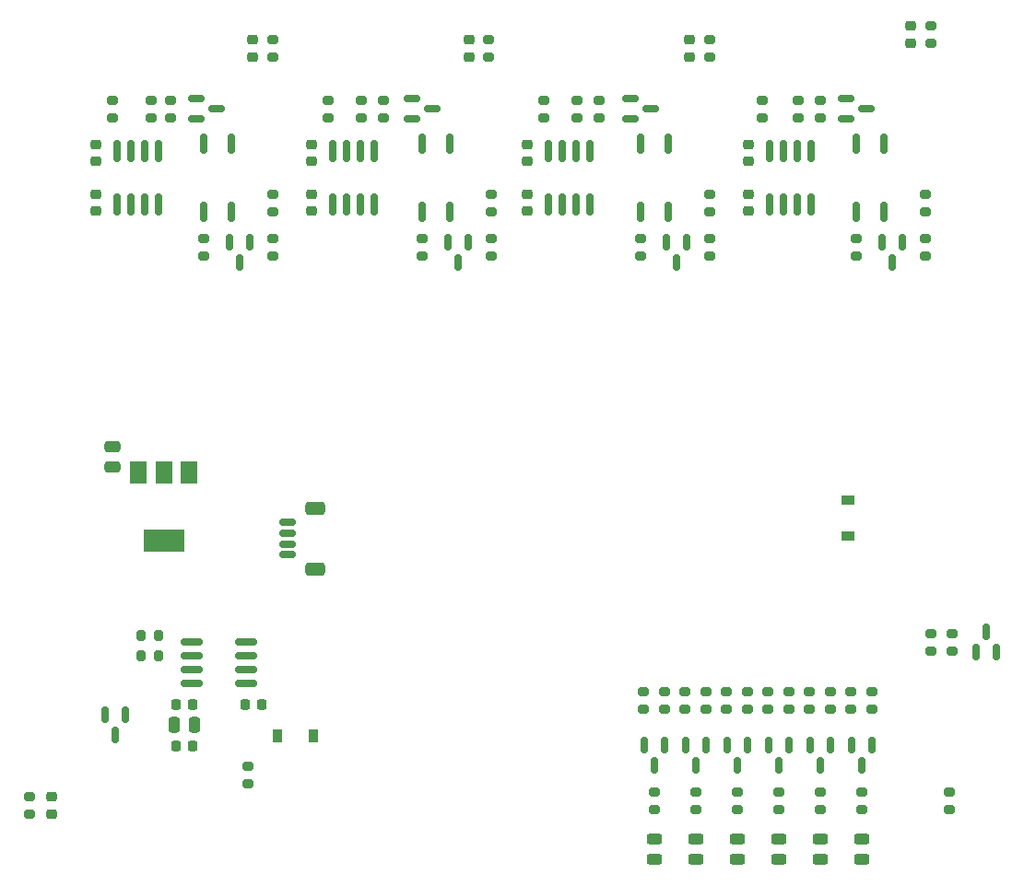
<source format=gtp>
G04 #@! TF.GenerationSoftware,KiCad,Pcbnew,6.0.11+dfsg-1*
G04 #@! TF.CreationDate,2024-08-25T21:45:09-05:00*
G04 #@! TF.ProjectId,hootswitch,686f6f74-7377-4697-9463-682e6b696361,rev?*
G04 #@! TF.SameCoordinates,Original*
G04 #@! TF.FileFunction,Paste,Top*
G04 #@! TF.FilePolarity,Positive*
%FSLAX46Y46*%
G04 Gerber Fmt 4.6, Leading zero omitted, Abs format (unit mm)*
G04 Created by KiCad (PCBNEW 6.0.11+dfsg-1) date 2024-08-25 21:45:09*
%MOMM*%
%LPD*%
G01*
G04 APERTURE LIST*
G04 Aperture macros list*
%AMRoundRect*
0 Rectangle with rounded corners*
0 $1 Rounding radius*
0 $2 $3 $4 $5 $6 $7 $8 $9 X,Y pos of 4 corners*
0 Add a 4 corners polygon primitive as box body*
4,1,4,$2,$3,$4,$5,$6,$7,$8,$9,$2,$3,0*
0 Add four circle primitives for the rounded corners*
1,1,$1+$1,$2,$3*
1,1,$1+$1,$4,$5*
1,1,$1+$1,$6,$7*
1,1,$1+$1,$8,$9*
0 Add four rect primitives between the rounded corners*
20,1,$1+$1,$2,$3,$4,$5,0*
20,1,$1+$1,$4,$5,$6,$7,0*
20,1,$1+$1,$6,$7,$8,$9,0*
20,1,$1+$1,$8,$9,$2,$3,0*%
G04 Aperture macros list end*
%ADD10RoundRect,0.200000X0.275000X-0.200000X0.275000X0.200000X-0.275000X0.200000X-0.275000X-0.200000X0*%
%ADD11RoundRect,0.243750X-0.456250X0.243750X-0.456250X-0.243750X0.456250X-0.243750X0.456250X0.243750X0*%
%ADD12RoundRect,0.150000X0.150000X-0.825000X0.150000X0.825000X-0.150000X0.825000X-0.150000X-0.825000X0*%
%ADD13RoundRect,0.200000X-0.275000X0.200000X-0.275000X-0.200000X0.275000X-0.200000X0.275000X0.200000X0*%
%ADD14RoundRect,0.225000X0.225000X0.250000X-0.225000X0.250000X-0.225000X-0.250000X0.225000X-0.250000X0*%
%ADD15RoundRect,0.150000X-0.587500X-0.150000X0.587500X-0.150000X0.587500X0.150000X-0.587500X0.150000X0*%
%ADD16RoundRect,0.218750X-0.256250X0.218750X-0.256250X-0.218750X0.256250X-0.218750X0.256250X0.218750X0*%
%ADD17RoundRect,0.200000X0.200000X0.275000X-0.200000X0.275000X-0.200000X-0.275000X0.200000X-0.275000X0*%
%ADD18RoundRect,0.150000X-0.150000X0.587500X-0.150000X-0.587500X0.150000X-0.587500X0.150000X0.587500X0*%
%ADD19RoundRect,0.150000X0.150000X-0.750000X0.150000X0.750000X-0.150000X0.750000X-0.150000X-0.750000X0*%
%ADD20RoundRect,0.150000X0.150000X-0.587500X0.150000X0.587500X-0.150000X0.587500X-0.150000X-0.587500X0*%
%ADD21RoundRect,0.225000X0.250000X-0.225000X0.250000X0.225000X-0.250000X0.225000X-0.250000X-0.225000X0*%
%ADD22R,1.500000X2.000000*%
%ADD23R,3.800000X2.000000*%
%ADD24RoundRect,0.225000X-0.250000X0.225000X-0.250000X-0.225000X0.250000X-0.225000X0.250000X0.225000X0*%
%ADD25RoundRect,0.150000X0.825000X0.150000X-0.825000X0.150000X-0.825000X-0.150000X0.825000X-0.150000X0*%
%ADD26RoundRect,0.150000X-0.625000X0.150000X-0.625000X-0.150000X0.625000X-0.150000X0.625000X0.150000X0*%
%ADD27RoundRect,0.250000X-0.650000X0.350000X-0.650000X-0.350000X0.650000X-0.350000X0.650000X0.350000X0*%
%ADD28R,0.900000X1.200000*%
%ADD29RoundRect,0.250000X0.475000X-0.250000X0.475000X0.250000X-0.475000X0.250000X-0.475000X-0.250000X0*%
%ADD30R,1.200000X0.900000*%
%ADD31RoundRect,0.200000X-0.200000X-0.275000X0.200000X-0.275000X0.200000X0.275000X-0.200000X0.275000X0*%
%ADD32RoundRect,0.250000X0.250000X0.475000X-0.250000X0.475000X-0.250000X-0.475000X0.250000X-0.475000X0*%
G04 APERTURE END LIST*
D10*
X125730000Y-139890000D03*
X125730000Y-138240000D03*
X104394000Y-88963000D03*
X104394000Y-87313000D03*
D11*
X133350000Y-142572500D03*
X133350000Y-144447500D03*
D12*
X76327000Y-84263000D03*
X77597000Y-84263000D03*
X78867000Y-84263000D03*
X80137000Y-84263000D03*
X80137000Y-79313000D03*
X78867000Y-79313000D03*
X77597000Y-79313000D03*
X76327000Y-79313000D03*
D13*
X132334000Y-128969000D03*
X132334000Y-130619000D03*
D10*
X137160000Y-139890000D03*
X137160000Y-138240000D03*
D14*
X83325000Y-130175000D03*
X81775000Y-130175000D03*
D13*
X90678000Y-69025000D03*
X90678000Y-70675000D03*
X136144000Y-128969000D03*
X136144000Y-130619000D03*
X68326000Y-138621000D03*
X68326000Y-140271000D03*
D15*
X83644500Y-74488000D03*
X83644500Y-76388000D03*
X85519500Y-75438000D03*
D16*
X70358000Y-138658500D03*
X70358000Y-140233500D03*
D17*
X80200000Y-125730000D03*
X78550000Y-125730000D03*
D16*
X128905000Y-69062500D03*
X128905000Y-70637500D03*
D18*
X148524000Y-87708500D03*
X146624000Y-87708500D03*
X147574000Y-89583500D03*
D13*
X135636000Y-74613000D03*
X135636000Y-76263000D03*
D19*
X144272000Y-84938000D03*
X146812000Y-84938000D03*
X146812000Y-78638000D03*
X144272000Y-78638000D03*
D20*
X155260000Y-125397500D03*
X157160000Y-125397500D03*
X156210000Y-123522500D03*
D18*
X134300000Y-133936500D03*
X132400000Y-133936500D03*
X133350000Y-135811500D03*
D10*
X90678000Y-84899000D03*
X90678000Y-83249000D03*
X129540000Y-139890000D03*
X129540000Y-138240000D03*
D13*
X151130000Y-67755000D03*
X151130000Y-69405000D03*
D19*
X124460000Y-84938000D03*
X127000000Y-84938000D03*
X127000000Y-78638000D03*
X124460000Y-78638000D03*
D13*
X128524000Y-128969000D03*
X128524000Y-130619000D03*
X100838000Y-74613000D03*
X100838000Y-76263000D03*
D10*
X134239000Y-130619000D03*
X134239000Y-128969000D03*
D18*
X126680000Y-133936500D03*
X124780000Y-133936500D03*
X125730000Y-135811500D03*
D15*
X143334500Y-74488000D03*
X143334500Y-76388000D03*
X145209500Y-75438000D03*
D11*
X140970000Y-142572500D03*
X140970000Y-144447500D03*
D13*
X95758000Y-74613000D03*
X95758000Y-76263000D03*
D18*
X88580000Y-87708500D03*
X86680000Y-87708500D03*
X87630000Y-89583500D03*
D11*
X125730000Y-142572500D03*
X125730000Y-144447500D03*
D10*
X126619000Y-130619000D03*
X126619000Y-128969000D03*
X130810000Y-88963000D03*
X130810000Y-87313000D03*
D18*
X128712000Y-87708500D03*
X126812000Y-87708500D03*
X127762000Y-89583500D03*
D10*
X144272000Y-88963000D03*
X144272000Y-87313000D03*
D21*
X114046000Y-84849000D03*
X114046000Y-83299000D03*
D16*
X149225000Y-67792500D03*
X149225000Y-69367500D03*
D14*
X83325000Y-133985000D03*
X81775000Y-133985000D03*
D12*
X96139000Y-84263000D03*
X97409000Y-84263000D03*
X98679000Y-84263000D03*
X99949000Y-84263000D03*
X99949000Y-79313000D03*
X98679000Y-79313000D03*
X97409000Y-79313000D03*
X96139000Y-79313000D03*
D13*
X153035000Y-123635000D03*
X153035000Y-125285000D03*
D22*
X82945000Y-108864000D03*
D23*
X80645000Y-115164000D03*
D22*
X80645000Y-108864000D03*
X78345000Y-108864000D03*
D10*
X124460000Y-88963000D03*
X124460000Y-87313000D03*
D13*
X81280000Y-74613000D03*
X81280000Y-76263000D03*
X151130000Y-123635000D03*
X151130000Y-125285000D03*
D15*
X103456500Y-74488000D03*
X103456500Y-76388000D03*
X105331500Y-75438000D03*
D14*
X89675000Y-130175000D03*
X88125000Y-130175000D03*
D13*
X88392000Y-135827000D03*
X88392000Y-137477000D03*
D18*
X77150000Y-131142500D03*
X75250000Y-131142500D03*
X76200000Y-133017500D03*
X138110000Y-133936500D03*
X136210000Y-133936500D03*
X137160000Y-135811500D03*
D13*
X115570000Y-74613000D03*
X115570000Y-76263000D03*
X110490000Y-69025000D03*
X110490000Y-70675000D03*
D15*
X123522500Y-74488000D03*
X123522500Y-76388000D03*
X125397500Y-75438000D03*
D24*
X114046000Y-78727000D03*
X114046000Y-80277000D03*
D10*
X98806000Y-76263000D03*
X98806000Y-74613000D03*
D19*
X84328000Y-84938000D03*
X86868000Y-84938000D03*
X86868000Y-78638000D03*
X84328000Y-78638000D03*
D10*
X110744000Y-84899000D03*
X110744000Y-83249000D03*
X150622000Y-88963000D03*
X150622000Y-87313000D03*
X138049000Y-130619000D03*
X138049000Y-128969000D03*
X130810000Y-84899000D03*
X130810000Y-83249000D03*
D13*
X140970000Y-74613000D03*
X140970000Y-76263000D03*
D10*
X110744000Y-88963000D03*
X110744000Y-87313000D03*
D13*
X120650000Y-74613000D03*
X120650000Y-76263000D03*
D16*
X88775000Y-69062500D03*
X88775000Y-70637500D03*
D13*
X130810000Y-69025000D03*
X130810000Y-70675000D03*
D21*
X134366000Y-84849000D03*
X134366000Y-83299000D03*
D13*
X152781000Y-138240000D03*
X152781000Y-139890000D03*
D16*
X108712000Y-69062500D03*
X108712000Y-70637500D03*
D25*
X88200000Y-128270000D03*
X88200000Y-127000000D03*
X88200000Y-125730000D03*
X88200000Y-124460000D03*
X83250000Y-124460000D03*
X83250000Y-125730000D03*
X83250000Y-127000000D03*
X83250000Y-128270000D03*
D10*
X140970000Y-139890000D03*
X140970000Y-138240000D03*
X133350000Y-139890000D03*
X133350000Y-138240000D03*
X90678000Y-88963000D03*
X90678000Y-87313000D03*
D26*
X92020000Y-113435000D03*
X92020000Y-114435000D03*
X92020000Y-115435000D03*
X92020000Y-116435000D03*
D27*
X94545000Y-112135000D03*
X94545000Y-117735000D03*
D10*
X84328000Y-88963000D03*
X84328000Y-87313000D03*
D28*
X94360000Y-133096000D03*
X91060000Y-133096000D03*
D10*
X138938000Y-76263000D03*
X138938000Y-74613000D03*
D19*
X104394000Y-84938000D03*
X106934000Y-84938000D03*
X106934000Y-78638000D03*
X104394000Y-78638000D03*
D18*
X130490000Y-133936500D03*
X128590000Y-133936500D03*
X129540000Y-135811500D03*
D10*
X150622000Y-84899000D03*
X150622000Y-83249000D03*
D24*
X74422000Y-78727000D03*
X74422000Y-80277000D03*
D13*
X143764000Y-128969000D03*
X143764000Y-130619000D03*
X124714000Y-128969000D03*
X124714000Y-130619000D03*
D24*
X94234000Y-78727000D03*
X94234000Y-80277000D03*
D12*
X115951000Y-84263000D03*
X117221000Y-84263000D03*
X118491000Y-84263000D03*
X119761000Y-84263000D03*
X119761000Y-79313000D03*
X118491000Y-79313000D03*
X117221000Y-79313000D03*
X115951000Y-79313000D03*
D10*
X79502000Y-76263000D03*
X79502000Y-74613000D03*
D21*
X94234000Y-84849000D03*
X94234000Y-83299000D03*
D29*
X75946000Y-108392000D03*
X75946000Y-106492000D03*
D10*
X144780000Y-139890000D03*
X144780000Y-138240000D03*
X118618000Y-76263000D03*
X118618000Y-74613000D03*
D30*
X143510000Y-111380000D03*
X143510000Y-114680000D03*
D10*
X130429000Y-130619000D03*
X130429000Y-128969000D03*
D18*
X145730000Y-133936500D03*
X143830000Y-133936500D03*
X144780000Y-135811500D03*
D10*
X141859000Y-130619000D03*
X141859000Y-128969000D03*
D12*
X136271000Y-84263000D03*
X137541000Y-84263000D03*
X138811000Y-84263000D03*
X140081000Y-84263000D03*
X140081000Y-79313000D03*
X138811000Y-79313000D03*
X137541000Y-79313000D03*
X136271000Y-79313000D03*
D21*
X74422000Y-84849000D03*
X74422000Y-83299000D03*
D13*
X75946000Y-74613000D03*
X75946000Y-76263000D03*
X139954000Y-128969000D03*
X139954000Y-130619000D03*
D24*
X134366000Y-78727000D03*
X134366000Y-80277000D03*
D10*
X145669000Y-130619000D03*
X145669000Y-128969000D03*
D18*
X108646000Y-87708500D03*
X106746000Y-87708500D03*
X107696000Y-89583500D03*
D11*
X129540000Y-142572500D03*
X129540000Y-144447500D03*
D31*
X78550000Y-123825000D03*
X80200000Y-123825000D03*
D18*
X141920000Y-133936500D03*
X140020000Y-133936500D03*
X140970000Y-135811500D03*
D11*
X137160000Y-142572500D03*
X137160000Y-144447500D03*
D32*
X83500000Y-132080000D03*
X81600000Y-132080000D03*
D11*
X144780000Y-142572500D03*
X144780000Y-144447500D03*
M02*

</source>
